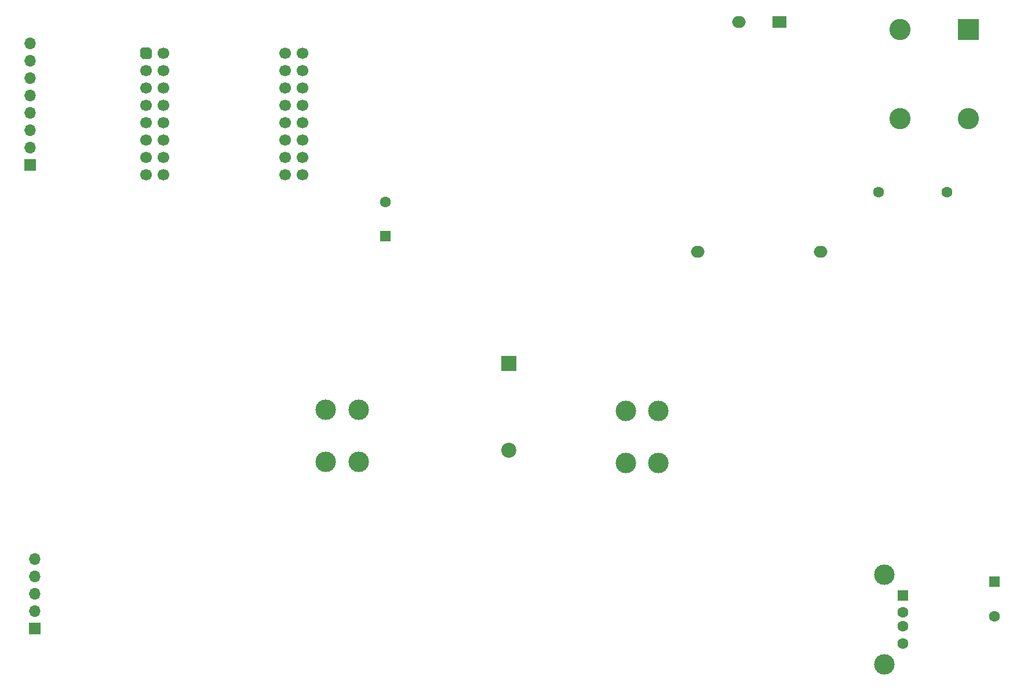
<source format=gbs>
%TF.GenerationSoftware,KiCad,Pcbnew,9.0.4*%
%TF.CreationDate,2025-12-11T10:44:19+01:00*%
%TF.ProjectId,pvmeter,70766d65-7465-4722-9e6b-696361645f70,1.4*%
%TF.SameCoordinates,Original*%
%TF.FileFunction,Soldermask,Bot*%
%TF.FilePolarity,Negative*%
%FSLAX46Y46*%
G04 Gerber Fmt 4.6, Leading zero omitted, Abs format (unit mm)*
G04 Created by KiCad (PCBNEW 9.0.4) date 2025-12-11 10:44:19*
%MOMM*%
%LPD*%
G01*
G04 APERTURE LIST*
G04 Aperture macros list*
%AMFreePoly0*
4,1,19,-0.850000,0.510000,-0.510000,0.850000,0.255000,0.850000,0.408997,0.829726,0.552500,0.770285,0.675729,0.675729,0.770285,0.552500,0.829726,0.408997,0.850000,0.255000,0.850000,-0.510000,0.510000,-0.850000,-0.255000,-0.850000,-0.408997,-0.829726,-0.552500,-0.770285,-0.675729,-0.675729,-0.770285,-0.552500,-0.829726,-0.408997,-0.850000,-0.255000,-0.850000,0.510000,-0.850000,0.510000,
$1*%
G04 Aperture macros list end*
%ADD10R,1.600000X1.600000*%
%ADD11C,1.600000*%
%ADD12C,3.000000*%
%ADD13FreePoly0,0.000000*%
%ADD14C,1.700000*%
%ADD15R,1.700000X1.700000*%
%ADD16O,1.700000X1.700000*%
%ADD17O,2.000000X1.700000*%
%ADD18R,2.000000X1.700000*%
%ADD19R,2.200000X2.200000*%
%ADD20C,2.200000*%
%ADD21R,1.500000X1.600000*%
%ADD22C,3.100000*%
%ADD23R,3.100000X3.100000*%
G04 APERTURE END LIST*
D10*
X137900000Y-77930000D03*
D11*
X137900000Y-72930000D03*
X226920000Y-133510000D03*
D10*
X226920000Y-128510000D03*
D12*
X173041250Y-103470000D03*
X173041250Y-111090000D03*
D13*
X103010000Y-51200000D03*
D14*
X103010000Y-53740000D03*
X103010000Y-56280000D03*
X103010000Y-58820000D03*
X103010000Y-61360000D03*
X103010000Y-63900000D03*
X103010000Y-66440000D03*
X103010000Y-68980000D03*
X125870000Y-68980000D03*
X125870000Y-66440000D03*
X125870000Y-63900000D03*
X125870000Y-61360000D03*
X125870000Y-58820000D03*
X125870000Y-56280000D03*
X125870000Y-53740000D03*
X125870000Y-51200000D03*
X105550000Y-51200000D03*
X105550000Y-53740000D03*
X105550000Y-56280000D03*
X105550000Y-58820000D03*
X105550000Y-61360000D03*
X105550000Y-63900000D03*
X105550000Y-66440000D03*
X105550000Y-68980000D03*
X123330000Y-68980000D03*
X123330000Y-66440000D03*
X123330000Y-63900000D03*
X123330000Y-61360000D03*
X123330000Y-58820000D03*
X123330000Y-56280000D03*
X123330000Y-53740000D03*
X123330000Y-51200000D03*
D15*
X86750000Y-135300000D03*
D16*
X86750000Y-132760000D03*
X86750000Y-130220000D03*
X86750000Y-127680000D03*
X86750000Y-125140000D03*
D11*
X220010000Y-71500000D03*
X210010000Y-71500000D03*
D17*
X189550000Y-46600000D03*
D18*
X195550000Y-46600000D03*
D17*
X201550000Y-80200000D03*
X183550000Y-80200000D03*
D12*
X177785000Y-103490000D03*
X177785000Y-111110000D03*
D19*
X156000000Y-96512500D03*
D20*
X156000000Y-109262500D03*
D15*
X86050000Y-67510000D03*
D16*
X86050000Y-64970000D03*
X86050000Y-62430000D03*
X86050000Y-59890000D03*
X86050000Y-57350000D03*
X86050000Y-54810000D03*
X86050000Y-52270000D03*
X86050000Y-49730000D03*
D21*
X213560000Y-130493400D03*
D11*
X213560000Y-132993400D03*
X213560000Y-134993400D03*
X213560000Y-137493400D03*
D12*
X210850000Y-127423400D03*
X210850000Y-140563400D03*
X129240000Y-110960000D03*
X129240000Y-103340000D03*
D22*
X223100000Y-60700000D03*
X213100000Y-60700000D03*
D23*
X223100000Y-47700000D03*
D22*
X213100000Y-47700000D03*
D12*
X134010000Y-110960000D03*
X134010000Y-103340000D03*
M02*

</source>
